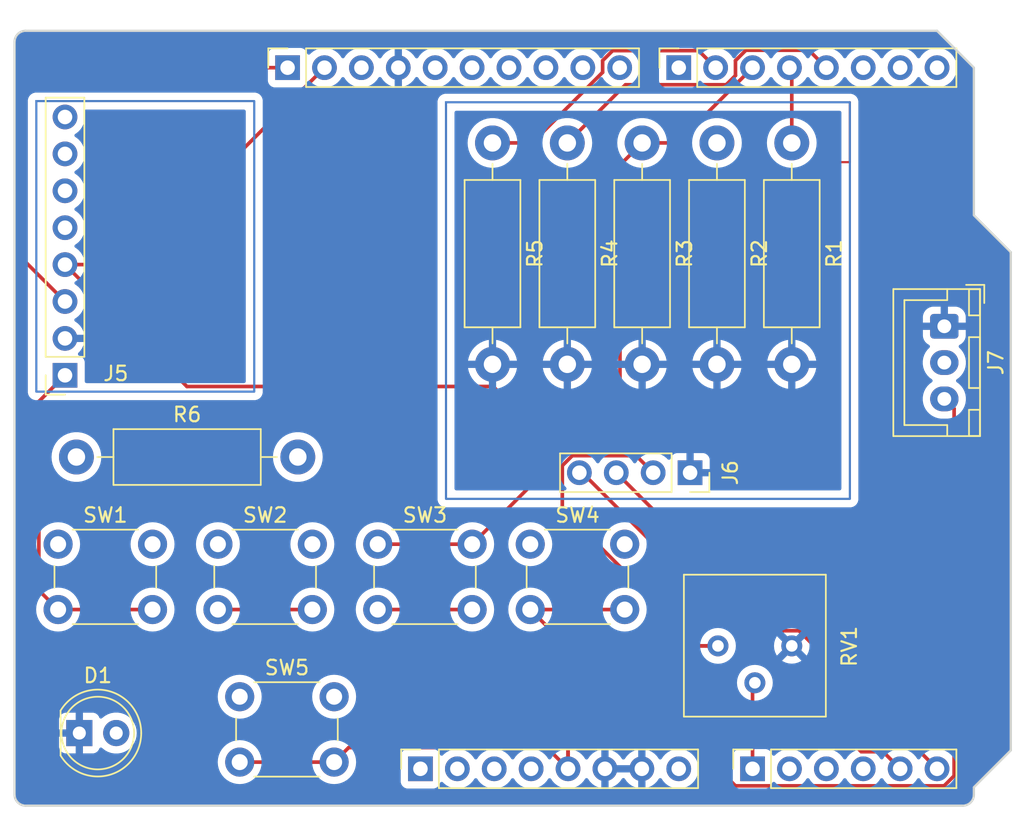
<source format=kicad_pcb>
(kicad_pcb (version 20240108) (generator "pcbnew") (generator_version "8.0")
  (title_block (date "mar. 31 mars 2015"))
  (layers (0 "F.Cu" signal) (31 "B.Cu" signal) (34 "B.Paste" user) (35 "F.Paste" user) (36 "B.SilkS" user "B.Silkscreen") (37 "F.SilkS" user "F.Silkscreen") (38 "B.Mask" user) (39 "F.Mask" user) (44 "Edge.Cuts" user))
  (net 0 "")
  (net 1 "GND")
  (net 3 "+5V")
  (net 4 "/IOREF")
  (net 5 "/A1")
  (net 6 "/A2")
  (net 7 "/A3")
  (net 8 "/I2C_SCL")
  (net 9 "/I2C_SDA")
  (net 10 "/13")
  (net 11 "/12")
  (net 12 "/AREF")
  (net 13 "/7")
  (net 14 "/*11")
  (net 15 "/*10")
  (net 16 "/TX{slash}1")
  (net 17 "/RX{slash}0")
  (net 18 "+3V3")
  (net 19 "VCC")
  (net 20 "/~{RESET}")
  (net 25 "Net-(SW2-A)")
  (net 26 "Net-(D1-A)")
  (net 28 "/temp_sensor")
  (net 29 "/Temp_Digital")
  (net 30 "/LED_light")
  (net 31 "/button_onoff")
  (net 32 "/button_lock")
  (net 33 "/button_light")
  (net 34 "/button_units ")
  (net 35 "/button_cal")
  (footprint "Connector_PinSocket_2.54mm:PinSocket_1x08_P2.54mm_Vertical" (layer "F.Cu") (at 127.94 97.46 90)
    (property "Reference" "J1" (hide yes))
    (property "Value" "Power")
    (fp_line (start 1.33 -1.33) (end 1.33 0) (stroke (width 0.12)) (layer "F.SilkS"))
    (fp_line (start 0 -1.33) (end 1.33 -1.33) (stroke (width 0.12)) (layer "F.SilkS"))
    (fp_line (start 1.33 1.27) (end 1.33 19.11) (stroke (width 0.12)) (layer "F.SilkS"))
    (fp_line (start -1.33 1.27) (end 1.33 1.27) (stroke (width 0.12)) (layer "F.SilkS"))
    (fp_line (start -1.33 1.27) (end -1.33 19.11) (stroke (width 0.12)) (layer "F.SilkS"))
    (fp_line (start -1.33 19.11) (end 1.33 19.11) (stroke (width 0.12)) (layer "F.SilkS"))
    (pad "1" thru_hole rect (at 0 0 90) (size 1.7 1.7) (drill 1) (layers "*.Cu" "*.Mask"))
    (pad "2" thru_hole oval (at 0 2.54 90) (size 1.7 1.7) (drill 1) (layers "*.Cu" "*.Mask") (net 4 "/IOREF"))
    (pad "3" thru_hole oval (at 0 5.08 90) (size 1.7 1.7) (drill 1) (layers "*.Cu" "*.Mask") (net 20 "/~{RESET}"))
    (pad "4" thru_hole oval (at 0 7.62 90) (size 1.7 1.7) (drill 1) (layers "*.Cu" "*.Mask") (net 18 "+3V3"))
    (pad "5" thru_hole oval (at 0 10.16 90) (size 1.7 1.7) (drill 1) (layers "*.Cu" "*.Mask") (net 3 "+5V"))
    (pad "6" thru_hole oval (at 0 12.7 90) (size 1.7 1.7) (drill 1) (layers "*.Cu" "*.Mask") (net 1 "GND"))
    (pad "7" thru_hole oval (at 0 15.24 90) (size 1.7 1.7) (drill 1) (layers "*.Cu" "*.Mask") (net 1 "GND"))
    (pad "8" thru_hole oval (at 0 17.78 90) (size 1.7 1.7) (drill 1) (layers "*.Cu" "*.Mask") (net 19 "VCC"))
  )
  (footprint "Connector_PinSocket_2.54mm:PinSocket_1x06_P2.54mm_Vertical" (layer "F.Cu") (at 150.8 97.46 90)
    (property "Reference" "J3" (hide yes))
    (property "Value" "Analog")
    (fp_line (start 1.33 -1.33) (end 1.33 0) (stroke (width 0.12)) (layer "F.SilkS"))
    (fp_line (start 0 -1.33) (end 1.33 -1.33) (stroke (width 0.12)) (layer "F.SilkS"))
    (fp_line (start 1.33 1.27) (end 1.33 14.03) (stroke (width 0.12)) (layer "F.SilkS"))
    (fp_line (start -1.33 1.27) (end 1.33 1.27) (stroke (width 0.12)) (layer "F.SilkS"))
    (fp_line (start -1.33 1.27) (end -1.33 14.03) (stroke (width 0.12)) (layer "F.SilkS"))
    (fp_line (start -1.33 14.03) (end 1.33 14.03) (stroke (width 0.12)) (layer "F.SilkS"))
    (pad "1" thru_hole rect (at 0 0 90) (size 1.7 1.7) (drill 1) (layers "*.Cu" "*.Mask") (net 28 "/temp_sensor"))
    (pad "2" thru_hole oval (at 0 2.54 90) (size 1.7 1.7) (drill 1) (layers "*.Cu" "*.Mask") (net 5 "/A1"))
    (pad "3" thru_hole oval (at 0 5.08 90) (size 1.7 1.7) (drill 1) (layers "*.Cu" "*.Mask") (net 6 "/A2"))
    (pad "4" thru_hole oval (at 0 7.62 90) (size 1.7 1.7) (drill 1) (layers "*.Cu" "*.Mask") (net 7 "/A3"))
    (pad "5" thru_hole oval (at 0 10.16 90) (size 1.7 1.7) (drill 1) (layers "*.Cu" "*.Mask") (net 9 "/I2C_SDA"))
    (pad "6" thru_hole oval (at 0 12.7 90) (size 1.7 1.7) (drill 1) (layers "*.Cu" "*.Mask") (net 8 "/I2C_SCL"))
  )
  (footprint "Connector_PinSocket_2.54mm:PinSocket_1x10_P2.54mm_Vertical" (layer "F.Cu") (at 118.796 49.2 90)
    (property "Reference" "J2" (hide yes))
    (property "Value" "Digital/PWM")
    (fp_line (start 1.33 -1.33) (end 1.33 0) (stroke (width 0.12)) (layer "F.SilkS"))
    (fp_line (start 0 -1.33) (end 1.33 -1.33) (stroke (width 0.12)) (layer "F.SilkS"))
    (fp_line (start 1.33 1.27) (end 1.33 24.19) (stroke (width 0.12)) (layer "F.SilkS"))
    (fp_line (start -1.33 1.27) (end 1.33 1.27) (stroke (width 0.12)) (layer "F.SilkS"))
    (fp_line (start -1.33 1.27) (end -1.33 24.19) (stroke (width 0.12)) (layer "F.SilkS"))
    (fp_line (start -1.33 24.19) (end 1.33 24.19) (stroke (width 0.12)) (layer "F.SilkS"))
    (pad "1" thru_hole rect (at 0 0 90) (size 1.7 1.7) (drill 1) (layers "*.Cu" "*.Mask") (net 8 "/I2C_SCL"))
    (pad "2" thru_hole oval (at 0 2.54 90) (size 1.7 1.7) (drill 1) (layers "*.Cu" "*.Mask") (net 9 "/I2C_SDA"))
    (pad "3" thru_hole oval (at 0 5.08 90) (size 1.7 1.7) (drill 1) (layers "*.Cu" "*.Mask") (net 12 "/AREF"))
    (pad "4" thru_hole oval (at 0 7.62 90) (size 1.7 1.7) (drill 1) (layers "*.Cu" "*.Mask") (net 1 "GND"))
    (pad "5" thru_hole oval (at 0 10.16 90) (size 1.7 1.7) (drill 1) (layers "*.Cu" "*.Mask") (net 10 "/13"))
    (pad "6" thru_hole oval (at 0 12.7 90) (size 1.7 1.7) (drill 1) (layers "*.Cu" "*.Mask") (net 11 "/12"))
    (pad "7" thru_hole oval (at 0 15.24 90) (size 1.7 1.7) (drill 1) (layers "*.Cu" "*.Mask") (net 14 "/*11"))
    (pad "8" thru_hole oval (at 0 17.78 90) (size 1.7 1.7) (drill 1) (layers "*.Cu" "*.Mask") (net 15 "/*10"))
    (pad "9" thru_hole oval (at 0 20.32 90) (size 1.7 1.7) (drill 1) (layers "*.Cu" "*.Mask") (net 30 "/LED_light"))
    (pad "10" thru_hole oval (at 0 22.86 90) (size 1.7 1.7) (drill 1) (layers "*.Cu" "*.Mask") (net 29 "/Temp_Digital"))
  )
  (footprint "Connector_PinSocket_2.54mm:PinSocket_1x08_P2.54mm_Vertical" (layer "F.Cu") (at 145.72 49.2 90)
    (property "Reference" "J4" (hide yes))
    (property "Value" "Digital/PWM")
    (fp_line (start 1.33 -1.33) (end 1.33 0) (stroke (width 0.12)) (layer "F.SilkS"))
    (fp_line (start 0 -1.33) (end 1.33 -1.33) (stroke (width 0.12)) (layer "F.SilkS"))
    (fp_line (start 1.33 1.27) (end 1.33 19.11) (stroke (width 0.12)) (layer "F.SilkS"))
    (fp_line (start -1.33 1.27) (end 1.33 1.27) (stroke (width 0.12)) (layer "F.SilkS"))
    (fp_line (start -1.33 1.27) (end -1.33 19.11) (stroke (width 0.12)) (layer "F.SilkS"))
    (fp_line (start -1.33 19.11) (end 1.33 19.11) (stroke (width 0.12)) (layer "F.SilkS"))
    (pad "1" thru_hole rect (at 0 0 90) (size 1.7 1.7) (drill 1) (layers "*.Cu" "*.Mask") (net 13 "/7"))
    (pad "2" thru_hole oval (at 0 2.54 90) (size 1.7 1.7) (drill 1) (layers "*.Cu" "*.Mask") (net 33 "/button_light"))
    (pad "3" thru_hole oval (at 0 5.08 90) (size 1.7 1.7) (drill 1) (layers "*.Cu" "*.Mask") (net 35 "/button_cal"))
    (pad "4" thru_hole oval (at 0 7.62 90) (size 1.7 1.7) (drill 1) (layers "*.Cu" "*.Mask") (net 34 "/button_units "))
    (pad "5" thru_hole oval (at 0 10.16 90) (size 1.7 1.7) (drill 1) (layers "*.Cu" "*.Mask") (net 32 "/button_lock"))
    (pad "6" thru_hole oval (at 0 12.7 90) (size 1.7 1.7) (drill 1) (layers "*.Cu" "*.Mask") (net 31 "/button_onoff"))
    (pad "7" thru_hole oval (at 0 15.24 90) (size 1.7 1.7) (drill 1) (layers "*.Cu" "*.Mask") (net 16 "/TX{slash}1"))
    (pad "8" thru_hole oval (at 0 17.78 90) (size 1.7 1.7) (drill 1) (layers "*.Cu" "*.Mask") (net 17 "/RX{slash}0"))
  )
  (footprint "Button_Switch_THT:SW_PUSH_6mm" (layer "F.Cu") (at 115.5 92.5)
    (property "Reference" "SW5" (at 3.25 -2 0) (layer "F.SilkS"))
    (property "Value" "SW_SPST")
    (fp_line (start -0.25 1.5) (end -0.25 3) (stroke (width 0.12)) (layer "F.SilkS"))
    (fp_line (start 1 5.5) (end 5.5 5.5) (stroke (width 0.12)) (layer "F.SilkS"))
    (fp_line (start 5.5 -1) (end 1 -1) (stroke (width 0.12)) (layer "F.SilkS"))
    (fp_line (start 6.75 3) (end 6.75 1.5) (stroke (width 0.12)) (layer "F.SilkS"))
    (pad "1" thru_hole circle (at 0 0 90) (size 2 2) (drill 1.1) (layers "*.Cu" "*.Mask") (net 33 "/button_light"))
    (pad "1" thru_hole circle (at 6.5 0 90) (size 2 2) (drill 1.1) (layers "*.Cu" "*.Mask") (net 33 "/button_light"))
    (pad "2" thru_hole circle (at 0 4.5 90) (size 2 2) (drill 1.1) (layers "*.Cu" "*.Mask") (net 3 "+5V"))
    (pad "2" thru_hole circle (at 6.5 4.5 90) (size 2 2) (drill 1.1) (layers "*.Cu" "*.Mask") (net 3 "+5V"))
  )
  (footprint "Connector_JST:JST_XH_B3B-XH-A_1x03_P2.50mm_Vertical" (layer "F.Cu") (at 164 67 -90)
    (property "Reference" "J7" (at 2.5 -3.55 90) (layer "F.SilkS"))
    (property "Value" "CONN_TEMP")
    (fp_line (start -2.56 3.51) (end 7.56 3.51) (stroke (width 0.12)) (layer "F.SilkS"))
    (fp_line (start 7.56 3.51) (end 7.56 -2.46) (stroke (width 0.12)) (layer "F.SilkS"))
    (fp_line (start -1.8 2.75) (end 2.5 2.75) (stroke (width 0.12)) (layer "F.SilkS"))
    (fp_line (start 6.8 2.75) (end 2.5 2.75) (stroke (width 0.12)) (layer "F.SilkS"))
    (fp_line (start -2.55 -0.2) (end -1.8 -0.2) (stroke (width 0.12)) (layer "F.SilkS"))
    (fp_line (start -1.8 -0.2) (end -1.8 2.75) (stroke (width 0.12)) (layer "F.SilkS"))
    (fp_line (start 6.8 -0.2) (end 6.8 2.75) (stroke (width 0.12)) (layer "F.SilkS"))
    (fp_line (start 7.55 -0.2) (end 6.8 -0.2) (stroke (width 0.12)) (layer "F.SilkS"))
    (fp_line (start -2.55 -1.7) (end -0.75 -1.7) (stroke (width 0.12)) (layer "F.SilkS"))
    (fp_line (start -0.75 -1.7) (end -0.75 -2.45) (stroke (width 0.12)) (layer "F.SilkS"))
    (fp_line (start 0.75 -1.7) (end 4.25 -1.7) (stroke (width 0.12)) (layer "F.SilkS"))
    (fp_line (start 4.25 -1.7) (end 4.25 -2.45) (stroke (width 0.12)) (layer "F.SilkS"))
    (fp_line (start 5.75 -1.7) (end 7.55 -1.7) (stroke (width 0.12)) (layer "F.SilkS"))
    (fp_line (start 7.55 -1.7) (end 7.55 -2.45) (stroke (width 0.12)) (layer "F.SilkS"))
    (fp_line (start -2.55 -2.45) (end -2.55 -1.7) (stroke (width 0.12)) (layer "F.SilkS"))
    (fp_line (start -0.75 -2.45) (end -2.55 -2.45) (stroke (width 0.12)) (layer "F.SilkS"))
    (fp_line (start 0.75 -2.45) (end 0.75 -1.7) (stroke (width 0.12)) (layer "F.SilkS"))
    (fp_line (start 4.25 -2.45) (end 0.75 -2.45) (stroke (width 0.12)) (layer "F.SilkS"))
    (fp_line (start 5.75 -2.45) (end 5.75 -1.7) (stroke (width 0.12)) (layer "F.SilkS"))
    (fp_line (start 7.55 -2.45) (end 5.75 -2.45) (stroke (width 0.12)) (layer "F.SilkS"))
    (fp_line (start -2.56 -2.46) (end -2.56 3.51) (stroke (width 0.12)) (layer "F.SilkS"))
    (fp_line (start 7.56 -2.46) (end -2.56 -2.46) (stroke (width 0.12)) (layer "F.SilkS"))
    (fp_line (start -2.85 -2.75) (end -2.85 -1.5) (stroke (width 0.12)) (layer "F.SilkS"))
    (fp_line (start -1.6 -2.75) (end -2.85 -2.75) (stroke (width 0.12)) (layer "F.SilkS"))
    (pad "1" thru_hole roundrect (at 0 0 270) (size 1.7 1.95) (drill 0.95) (layers "*.Cu" "*.Mask") (roundrect_rratio 0.147059) (net 1 "GND"))
    (pad "2" thru_hole oval (at 2.5 0 270) (size 1.7 1.95) (drill 0.95) (layers "*.Cu" "*.Mask") (net 29 "/Temp_Digital"))
    (pad "3" thru_hole oval (at 5 0 270) (size 1.7 1.95) (drill 0.95) (layers "*.Cu" "*.Mask") (net 3 "+5V"))
  )
  (footprint "LED_THT:LED_D5.0mm" (layer "F.Cu") (at 104.46 95)
    (property "Reference" "D1" (at 1.27 -3.96 0) (layer "F.SilkS"))
    (property "Value" "LED")
    (fp_line (start -1.29 -1.545) (end -1.29 1.545) (stroke (width 0.12)) (layer "F.SilkS"))
    (fp_arc (start -1.29 -1.54483) (mid 2.071756 -2.880501) (end 4.26 -0.000048) (stroke (width 0.12)) (layer "F.SilkS"))
    (fp_arc (start 4.26 0.000048) (mid 2.071756 2.880501) (end -1.29 1.54483) (stroke (width 0.12)) (layer "F.SilkS"))
    (fp_circle (center 1.27 0) (end 3.77 0) (stroke (width 0.12)) (fill none) (layer "F.SilkS"))
    (pad "1" thru_hole rect (at 0 0) (size 1.8 1.8) (drill 0.9) (layers "*.Cu" "*.Mask") (net 1 "GND"))
    (pad "2" thru_hole circle (at 2.54 0) (size 1.8 1.8) (drill 0.9) (layers "*.Cu" "*.Mask") (net 26 "Net-(D1-A)"))
  )
  (footprint "Button_Switch_THT:SW_PUSH_6mm" (layer "F.Cu") (at 114 82)
    (property "Reference" "SW2" (at 3.25 -2 0) (layer "F.SilkS"))
    (property "Value" "SW_SPST")
    (fp_line (start -0.25 1.5) (end -0.25 3) (stroke (width 0.12)) (layer "F.SilkS"))
    (fp_line (start 1 5.5) (end 5.5 5.5) (stroke (width 0.12)) (layer "F.SilkS"))
    (fp_line (start 5.5 -1) (end 1 -1) (stroke (width 0.12)) (layer "F.SilkS"))
    (fp_line (start 6.75 3) (end 6.75 1.5) (stroke (width 0.12)) (layer "F.SilkS"))
    (pad "1" thru_hole circle (at 0 0 90) (size 2 2) (drill 1.1) (layers "*.Cu" "*.Mask") (net 25 "Net-(SW2-A)"))
    (pad "1" thru_hole circle (at 6.5 0 90) (size 2 2) (drill 1.1) (layers "*.Cu" "*.Mask") (net 25 "Net-(SW2-A)"))
    (pad "2" thru_hole circle (at 0 4.5 90) (size 2 2) (drill 1.1) (layers "*.Cu" "*.Mask") (net 3 "+5V"))
    (pad "2" thru_hole circle (at 6.5 4.5 90) (size 2 2) (drill 1.1) (layers "*.Cu" "*.Mask") (net 3 "+5V"))
  )
  (footprint "Resistor_THT:R_Axial_DIN0411_L9.9mm_D3.6mm_P15.24mm_Horizontal" (layer "F.Cu") (at 153.5 54.38 -90)
    (property "Reference" "R1" (at 7.62 -2.92 90) (layer "F.SilkS"))
    (property "Value" "100k")
    (fp_line (start 2.55 1.92) (end 12.69 1.92) (stroke (width 0.12)) (layer "F.SilkS"))
    (fp_line (start 12.69 1.92) (end 12.69 -1.92) (stroke (width 0.12)) (layer "F.SilkS"))
    (fp_line (start 1.44 0) (end 2.55 0) (stroke (width 0.12)) (layer "F.SilkS"))
    (fp_line (start 13.8 0) (end 12.69 0) (stroke (width 0.12)) (layer "F.SilkS"))
    (fp_line (start 2.55 -1.92) (end 2.55 1.92) (stroke (width 0.12)) (layer "F.SilkS"))
    (fp_line (start 12.69 -1.92) (end 2.55 -1.92) (stroke (width 0.12)) (layer "F.SilkS"))
    (pad "1" thru_hole circle (at 0 0 270) (size 2.4 2.4) (drill 1.2) (layers "*.Cu" "*.Mask") (net 34 "/button_units "))
    (pad "2" thru_hole oval (at 15.24 0 270) (size 2.4 2.4) (drill 1.2) (layers "*.Cu" "*.Mask") (net 1 "GND"))
  )
  (footprint "Resistor_THT:R_Axial_DIN0411_L9.9mm_D3.6mm_P15.24mm_Horizontal" (layer "F.Cu") (at 148.35 54.38 -90)
    (property "Reference" "R2" (at 7.62 -2.92 90) (layer "F.SilkS"))
    (property "Value" "100k")
    (fp_line (start 2.55 1.92) (end 12.69 1.92) (stroke (width 0.12)) (layer "F.SilkS"))
    (fp_line (start 12.69 1.92) (end 12.69 -1.92) (stroke (width 0.12)) (layer "F.SilkS"))
    (fp_line (start 1.44 0) (end 2.55 0) (stroke (width 0.12)) (layer "F.SilkS"))
    (fp_line (start 13.8 0) (end 12.69 0) (stroke (width 0.12)) (layer "F.SilkS"))
    (fp_line (start 2.55 -1.92) (end 2.55 1.92) (stroke (width 0.12)) (layer "F.SilkS"))
    (fp_line (start 12.69 -1.92) (end 2.55 -1.92) (stroke (width 0.12)) (layer "F.SilkS"))
    (pad "1" thru_hole circle (at 0 0 270) (size 2.4 2.4) (drill 1.2) (layers "*.Cu" "*.Mask") (net 25 "Net-(SW2-A)"))
    (pad "2" thru_hole oval (at 15.24 0 270) (size 2.4 2.4) (drill 1.2) (layers "*.Cu" "*.Mask") (net 1 "GND"))
  )
  (footprint "Button_Switch_THT:SW_PUSH_6mm" (layer "F.Cu") (at 103 82)
    (property "Reference" "SW1" (at 3.25 -2 0) (layer "F.SilkS"))
    (property "Value" "SW_SPST")
    (fp_line (start -0.25 1.5) (end -0.25 3) (stroke (width 0.12)) (layer "F.SilkS"))
    (fp_line (start 1 5.5) (end 5.5 5.5) (stroke (width 0.12)) (layer "F.SilkS"))
    (fp_line (start 5.5 -1) (end 1 -1) (stroke (width 0.12)) (layer "F.SilkS"))
    (fp_line (start 6.75 3) (end 6.75 1.5) (stroke (width 0.12)) (layer "F.SilkS"))
    (pad "1" thru_hole circle (at 0 0 90) (size 2 2) (drill 1.1) (layers "*.Cu" "*.Mask") (net 34 "/button_units "))
    (pad "1" thru_hole circle (at 6.5 0 90) (size 2 2) (drill 1.1) (layers "*.Cu" "*.Mask") (net 34 "/button_units "))
    (pad "2" thru_hole circle (at 0 4.5 90) (size 2 2) (drill 1.1) (layers "*.Cu" "*.Mask") (net 3 "+5V"))
    (pad "2" thru_hole circle (at 6.5 4.5 90) (size 2 2) (drill 1.1) (layers "*.Cu" "*.Mask") (net 3 "+5V"))
  )
  (footprint "Connector_PinSocket_2.54mm:PinSocket_1x04_P2.54mm_Vertical" (layer "F.Cu") (at 146.5 77.08 -90)
    (property "Reference" "J6" (at 0 -2.77 90) (layer "F.SilkS"))
    (property "Value" "CONN_DISPLAY")
    (fp_line (start -1.33 8.95) (end 1.33 8.95) (stroke (width 0.12)) (layer "F.SilkS"))
    (fp_line (start -1.33 1.27) (end -1.33 8.95) (stroke (width 0.12)) (layer "F.SilkS"))
    (fp_line (start -1.33 1.27) (end 1.33 1.27) (stroke (width 0.12)) (layer "F.SilkS"))
    (fp_line (start 1.33 1.27) (end 1.33 8.95) (stroke (width 0.12)) (layer "F.SilkS"))
    (fp_line (start 0 -1.33) (end 1.33 -1.33) (stroke (width 0.12)) (layer "F.SilkS"))
    (fp_line (start 1.33 -1.33) (end 1.33 0) (stroke (width 0.12)) (layer "F.SilkS"))
    (pad "1" thru_hole rect (at 0 0 270) (size 1.7 1.7) (drill 1) (layers "*.Cu" "*.Mask") (net 1 "GND"))
    (pad "2" thru_hole oval (at 0 2.54 270) (size 1.7 1.7) (drill 1) (layers "*.Cu" "*.Mask") (net 3 "+5V"))
    (pad "3" thru_hole oval (at 0 5.08 270) (size 1.7 1.7) (drill 1) (layers "*.Cu" "*.Mask") (net 8 "/I2C_SCL"))
    (pad "4" thru_hole oval (at 0 7.62 270) (size 1.7 1.7) (drill 1) (layers "*.Cu" "*.Mask") (net 9 "/I2C_SDA"))
  )
  (footprint "Resistor_THT:R_Axial_DIN0411_L9.9mm_D3.6mm_P15.24mm_Horizontal" (layer "F.Cu") (at 132.9 54.38 -90)
    (property "Reference" "R5" (at 7.62 -2.92 90) (layer "F.SilkS"))
    (property "Value" "100k")
    (fp_line (start 2.55 1.92) (end 12.69 1.92) (stroke (width 0.12)) (layer "F.SilkS"))
    (fp_line (start 12.69 1.92) (end 12.69 -1.92) (stroke (width 0.12)) (layer "F.SilkS"))
    (fp_line (start 1.44 0) (end 2.55 0) (stroke (width 0.12)) (layer "F.SilkS"))
    (fp_line (start 13.8 0) (end 12.69 0) (stroke (width 0.12)) (layer "F.SilkS"))
    (fp_line (start 2.55 -1.92) (end 2.55 1.92) (stroke (width 0.12)) (layer "F.SilkS"))
    (fp_line (start 12.69 -1.92) (end 2.55 -1.92) (stroke (width 0.12)) (layer "F.SilkS"))
    (pad "1" thru_hole circle (at 0 0 270) (size 2.4 2.4) (drill 1.2) (layers "*.Cu" "*.Mask") (net 33 "/button_light"))
    (pad "2" thru_hole oval (at 15.24 0 270) (size 2.4 2.4) (drill 1.2) (layers "*.Cu" "*.Mask") (net 1 "GND"))
  )
  (footprint "Potentiometer_THT:Potentiometer_Bourns_3386P_Vertical" (layer "F.Cu") (at 148.42 89 -90)
    (property "Reference" "RV1" (at 0.04 -9.04 90) (layer "F.SilkS"))
    (property "Value" "10k")
    (fp_line (start -4.9 2.345) (end 4.87 2.345) (stroke (width 0.12)) (layer "F.SilkS"))
    (fp_line (start -4.9 -7.425) (end -4.9 2.345) (stroke (width 0.12)) (layer "F.SilkS"))
    (fp_line (start -4.9 -7.425) (end 4.87 -7.425) (stroke (width 0.12)) (layer "F.SilkS"))
    (fp_line (start 4.87 -7.425) (end 4.87 2.345) (stroke (width 0.12)) (layer "F.SilkS"))
    (pad "1" thru_hole circle (at 0 0 270) (size 1.44 1.44) (drill 0.8) (layers "*.Cu" "*.Mask") (net 3 "+5V"))
    (pad "2" thru_hole circle (at 2.54 -2.54 270) (size 1.44 1.44) (drill 0.8) (layers "*.Cu" "*.Mask") (net 28 "/temp_sensor"))
    (pad "3" thru_hole circle (at 0 -5.08 270) (size 1.44 1.44) (drill 0.8) (layers "*.Cu" "*.Mask") (net 1 "GND"))
  )
  (footprint "Connector_PinSocket_2.54mm:PinSocket_1x08_P2.54mm_Vertical" (layer "F.Cu") (at 103.475 70.375 180)
    (property "Reference" "J5" (at -3.5 0.12 0) (layer "F.SilkS"))
    (property "Value" "CONN_GYRO")
    (fp_line (start 1.33 1.27) (end 1.33 19.11) (stroke (width 0.12)) (layer "F.SilkS"))
    (fp_line (start 1.33 -1.33) (end 1.33 0) (stroke (width 0.12)) (layer "F.SilkS"))
    (fp_line (start 0 -1.33) (end 1.33 -1.33) (stroke (width 0.12)) (layer "F.SilkS"))
    (fp_line (start -1.33 19.11) (end 1.33 19.11) (stroke (width 0.12)) (layer "F.SilkS"))
    (fp_line (start -1.33 1.27) (end 1.33 1.27) (stroke (width 0.12)) (layer "F.SilkS"))
    (fp_line (start -1.33 1.27) (end -1.33 19.11) (stroke (width 0.12)) (layer "F.SilkS"))
    (pad "1" thru_hole rect (at 0 0 180) (size 1.7 1.7) (drill 1) (layers "*.Cu" "*.Mask") (net 3 "+5V"))
    (pad "2" thru_hole oval (at 0 2.54 180) (size 1.7 1.7) (drill 1) (layers "*.Cu" "*.Mask") (net 1 "GND"))
    (pad "3" thru_hole oval (at 0 5.08 180) (size 1.7 1.7) (drill 1) (layers "*.Cu" "*.Mask") (net 8 "/I2C_SCL"))
    (pad "4" thru_hole oval (at 0 7.62 180) (size 1.7 1.7) (drill 1) (layers "*.Cu" "*.Mask") (net 9 "/I2C_SDA"))
    (pad "5" thru_hole oval (at 0 10.16 180) (size 1.7 1.7) (drill 1) (layers "*.Cu" "*.Mask"))
    (pad "6" thru_hole oval (at 0 12.7 180) (size 1.7 1.7) (drill 1) (layers "*.Cu" "*.Mask"))
    (pad "7" thru_hole oval (at 0 15.24 180) (size 1.7 1.7) (drill 1) (layers "*.Cu" "*.Mask"))
    (pad "8" thru_hole oval (at 0 17.78 180) (size 1.7 1.7) (drill 1) (layers "*.Cu" "*.Mask"))
  )
  (footprint "Button_Switch_THT:SW_PUSH_6mm" (layer "F.Cu") (at 125 82)
    (property "Reference" "SW3" (at 3.25 -2 0) (layer "F.SilkS"))
    (property "Value" "SW_SPST")
    (fp_line (start -0.25 1.5) (end -0.25 3) (stroke (width 0.12)) (layer "F.SilkS"))
    (fp_line (start 1 5.5) (end 5.5 5.5) (stroke (width 0.12)) (layer "F.SilkS"))
    (fp_line (start 5.5 -1) (end 1 -1) (stroke (width 0.12)) (layer "F.SilkS"))
    (fp_line (start 6.75 3) (end 6.75 1.5) (stroke (width 0.12)) (layer "F.SilkS"))
    (pad "1" thru_hole circle (at 0 0 90) (size 2 2) (drill 1.1) (layers "*.Cu" "*.Mask") (net 35 "/button_cal"))
    (pad "1" thru_hole circle (at 6.5 0 90) (size 2 2) (drill 1.1) (layers "*.Cu" "*.Mask") (net 35 "/button_cal"))
    (pad "2" thru_hole circle (at 0 4.5 90) (size 2 2) (drill 1.1) (layers "*.Cu" "*.Mask") (net 3 "+5V"))
    (pad "2" thru_hole circle (at 6.5 4.5 90) (size 2 2) (drill 1.1) (layers "*.Cu" "*.Mask") (net 3 "+5V"))
  )
  (footprint "Button_Switch_THT:SW_PUSH_6mm" (layer "F.Cu") (at 135.5 82)
    (property "Reference" "SW4" (at 3.25 -2 0) (layer "F.SilkS"))
    (property "Value" "SW_SPST")
    (fp_line (start -0.25 1.5) (end -0.25 3) (stroke (width 0.12)) (layer "F.SilkS"))
    (fp_line (start 1 5.5) (end 5.5 5.5) (stroke (width 0.12)) (layer "F.SilkS"))
    (fp_line (start 5.5 -1) (end 1 -1) (stroke (width 0.12)) (layer "F.SilkS"))
    (fp_line (start 6.75 3) (end 6.75 1.5) (stroke (width 0.12)) (layer "F.SilkS"))
    (pad "1" thru_hole circle (at 0 0 90) (size 2 2) (drill 1.1) (layers "*.Cu" "*.Mask") (net 32 "/button_lock"))
    (pad "1" thru_hole circle (at 6.5 0 90) (size 2 2) (drill 1.1) (layers "*.Cu" "*.Mask") (net 32 "/button_lock"))
    (pad "2" thru_hole circle (at 0 4.5 90) (size 2 2) (drill 1.1) (layers "*.Cu" "*.Mask") (net 3 "+5V"))
    (pad "2" thru_hole circle (at 6.5 4.5 90) (size 2 2) (drill 1.1) (layers "*.Cu" "*.Mask") (net 3 "+5V"))
  )
  (footprint "Resistor_THT:R_Axial_DIN0411_L9.9mm_D3.6mm_P15.24mm_Horizontal" (layer "F.Cu") (at 104.26 76)
    (property "Reference" "R6" (at 7.62 -2.92 0) (layer "F.SilkS"))
    (property "Value" "1k")
    (fp_line (start 1.44 0) (end 2.55 0) (stroke (width 0.12)) (layer "F.SilkS"))
    (fp_line (start 2.55 -1.92) (end 2.55 1.92) (stroke (width 0.12)) (layer "F.SilkS"))
    (fp_line (start 2.55 1.92) (end 12.69 1.92) (stroke (width 0.12)) (layer "F.SilkS"))
    (fp_line (start 12.69 -1.92) (end 2.55 -1.92) (stroke (width 0.12)) (layer "F.SilkS"))
    (fp_line (start 12.69 1.92) (end 12.69 -1.92) (stroke (width 0.12)) (layer "F.SilkS"))
    (fp_line (start 13.8 0) (end 12.69 0) (stroke (width 0.12)) (layer "F.SilkS"))
    (pad "1" thru_hole circle (at 0 0) (size 2.4 2.4) (drill 1.2) (layers "*.Cu" "*.Mask"))
    (pad "2" thru_hole oval (at 15.24 0) (size 2.4 2.4) (drill 1.2) (layers "*.Cu" "*.Mask") (net 26 "Net-(D1-A)"))
  )
  (footprint "Resistor_THT:R_Axial_DIN0411_L9.9mm_D3.6mm_P15.24mm_Horizontal" (layer "F.Cu") (at 138.05 54.38 -90)
    (property "Reference" "R4" (at 7.62 -2.92 90) (layer "F.SilkS"))
    (property "Value" "100k")
    (fp_line (start 2.55 1.92) (end 12.69 1.92) (stroke (width 0.12)) (layer "F.SilkS"))
    (fp_line (start 12.69 1.92) (end 12.69 -1.92) (stroke (width 0.12)) (layer "F.SilkS"))
    (fp_line (start 1.44 0) (end 2.55 0) (stroke (width 0.12)) (layer "F.SilkS"))
    (fp_line (start 13.8 0) (end 12.69 0) (stroke (width 0.12)) (layer "F.SilkS"))
    (fp_line (start 2.55 -1.92) (end 2.55 1.92) (stroke (width 0.12)) (layer "F.SilkS"))
    (fp_line (start 12.69 -1.92) (end 2.55 -1.92) (stroke (width 0.12)) (layer "F.SilkS"))
    (pad "1" thru_hole circle (at 0 0 270) (size 2.4 2.4) (drill 1.2) (layers "*.Cu" "*.Mask") (net 32 "/button_lock"))
    (pad "2" thru_hole oval (at 15.24 0 270) (size 2.4 2.4) (drill 1.2) (layers "*.Cu" "*.Mask") (net 1 "GND"))
  )
  (footprint "Resistor_THT:R_Axial_DIN0411_L9.9mm_D3.6mm_P15.24mm_Horizontal" (layer "F.Cu") (at 143.2 54.38 -90)
    (property "Reference" "R3" (at 7.62 -2.92 90) (layer "F.SilkS"))
    (property "Value" "100k")
    (fp_line (start 2.55 1.92) (end 12.69 1.92) (stroke (width 0.12)) (layer "F.SilkS"))
    (fp_line (start 12.69 1.92) (end 12.69 -1.92) (stroke (width 0.12)) (layer "F.SilkS"))
    (fp_line (start 1.44 0) (end 2.55 0) (stroke (width 0.12)) (layer "F.SilkS"))
    (fp_line (start 13.8 0) (end 12.69 0) (stroke (width 0.12)) (layer "F.SilkS"))
    (fp_line (start 2.55 -1.92) (end 2.55 1.92) (stroke (width 0.12)) (layer "F.SilkS"))
    (fp_line (start 12.69 -1.92) (end 2.55 -1.92) (stroke (width 0.12)) (layer "F.SilkS"))
    (pad "1" thru_hole circle (at 0 0 270) (size 2.4 2.4) (drill 1.2) (layers "*.Cu" "*.Mask") (net 35 "/button_cal"))
    (pad "2" thru_hole oval (at 15.24 0 270) (size 2.4 2.4) (drill 1.2) (layers "*.Cu" "*.Mask") (net 1 "GND"))
  )
  (gr_line (start 157.5 55.703106) (end 156 55.703106) (stroke (width 0.15)) (layer "F.Cu") (net 17))
  (gr_line (start 157.5 51.58) (end 157.5 55.703106) (stroke (width 0.15)) (layer "F.Cu") (net 17))
  (gr_rect (start 129.7 51.58) (end 157.5 78.88) (stroke (width 0.15)) (fill none) (layer "B.Cu") (net 17))
  (gr_rect (start 101.5 51.5) (end 116.5 71.5) (stroke (width 0.15)) (fill none) (layer "B.Cu") (net 3))
  (gr_line (start 166.04 59.36) (end 168.58 61.9) (stroke (width 0.15)) (layer "Edge.Cuts"))
  (gr_line (start 100 99.238) (end 100 47.422) (stroke (width 0.15)) (layer "Edge.Cuts"))
  (gr_line (start 168.58 61.9) (end 168.58 96.19) (stroke (width 0.15)) (layer "Edge.Cuts"))
  (gr_line (start 165.278 100) (end 100.762 100) (stroke (width 0.15)) (layer "Edge.Cuts"))
  (gr_line (start 100.762 46.66) (end 163.5 46.66) (stroke (width 0.15)) (layer "Edge.Cuts"))
  (gr_arc (start 100.762 100) (mid 100.223185 99.776815) (end 100 99.238) (stroke (width 0.15)) (layer "Edge.Cuts"))
  (gr_line (start 168.58 96.19) (end 166.04 98.73) (stroke (width 0.15)) (layer "Edge.Cuts"))
  (gr_line (start 163.5 46.66) (end 166.04 49.2) (stroke (width 0.15)) (layer "Edge.Cuts"))
  (gr_arc (start 166.04 99.238) (mid 165.816815 99.776815) (end 165.278 100) (stroke (width 0.15)) (layer "Edge.Cuts"))
  (gr_line (start 166.04 49.2) (end 166.04 59.36) (stroke (width 0.15)) (layer "Edge.Cuts"))
  (gr_line (start 166.04 98.73) (end 166.04 99.238) (stroke (width 0.15)) (layer "Edge.Cuts"))
  (gr_arc (start 100 47.422) (mid 100.223185 46.883185) (end 100.762 46.66) (stroke (width 0.15)) (layer "Edge.Cuts"))
  (segment (start 122 97) (end 123 96) (width 0.25) (layer "F.Cu") (net 3))
  (segment (start 101.675 85.175) (end 101.675 72.175) (width 0.25) (layer "F.Cu") (net 3))
  (segment (start 138.1 97.46) (end 138.1 89.1) (width 0.25) (layer "F.Cu") (net 3))
  (segment (start 164 72) (end 164.675 72.675) (width 0.25) (layer "F.Cu") (net 3))
  (segment (start 138.1 90.4) (end 138.1 97.46) (width 0.25) (layer "F.Cu") (net 3))
  (segment (start 163.986701 98.635) (end 149.625 98.635) (width 0.25) (layer "F.Cu") (net 3))
  (segment (start 138.393299 75.905) (end 142.785 75.905) (width 0.25) (layer "F.Cu") (net 3))
  (segment (start 147.126167 89) (end 147.063084 88.936916) (width 0.25) (layer "F.Cu") (net 3))
  (segment (start 136.64 96) (end 138.1 97.46) (width 0.25) (layer "F.Cu") (net 3))
  (segment (start 164.675 97.946701) (end 163.986701 98.635) (width 0.25) (layer "F.Cu") (net 3))
  (segment (start 138.2 89) (end 138.1 89.1) (width 0.25) (layer "F.Cu") (net 3))
  (segment (start 120.5 86.5) (end 114 86.5) (width 0.25) (layer "F.Cu") (net 3))
  (segment (start 147.063084 88.936916) (end 147.063084 90.143084) (width 0.25) (layer "F.Cu") (net 3))
  (segment (start 137.705 79.578833) (end 137.705 76.593299) (width 0.25) (layer "F.Cu") (net 3))
  (segment (start 101.675 72.175) (end 103.475 70.375) (width 0.25) (layer "F.Cu") (net 3))
  (segment (start 103 86.5) (end 101.675 85.175) (width 0.25) (layer "F.Cu") (net 3))
  (segment (start 149.625 98.635) (end 148.42 97.43) (width 0.25) (layer "F.Cu") (net 3))
  (segment (start 123 96) (end 136.64 96) (width 0.25) (layer "F.Cu") (net 3))
  (segment (start 138.1 89.1) (end 135.5 86.5) (width 0.25) (layer "F.Cu") (net 3))
  (segment (start 144.5 89) (end 138.2 89) (width 0.25) (layer "F.Cu") (net 3))
  (segment (start 148.42 89) (end 147.126167 89) (width 0.25) (layer "F.Cu") (net 3))
  (segment (start 147.063084 90.143084) (end 148.42 91.5) (width 0.25) (layer "F.Cu") (net 3))
  (segment (start 164.675 72.675) (end 164.675 97.946701) (width 0.25) (layer "F.Cu") (net 3))
  (segment (start 142 86.5) (end 135.5 86.5) (width 0.25) (layer "F.Cu") (net 3))
  (segment (start 122 97) (end 115.5 97) (width 0.25) (layer "F.Cu") (net 3))
  (segment (start 147.063084 88.936916) (end 137.705 79.578833) (width 0.25) (layer "F.Cu") (net 3))
  (segment (start 148.42 89) (end 144.5 89) (width 0.25) (layer "F.Cu") (net 3))
  (segment (start 148.42 97.43) (end 148.42 91.5) (width 0.25) (layer "F.Cu") (net 3))
  (segment (start 142.785 75.905) (end 143.96 77.08) (width 0.25) (layer "F.Cu") (net 3))
  (segment (start 131.5 86.5) (end 125 86.5) (width 0.25) (layer "F.Cu") (net 3))
  (segment (start 109.5 86.5) (end 103 86.5) (width 0.25) (layer "F.Cu") (net 3))
  (segment (start 137.705 76.593299) (end 138.393299 75.905) (width 0.25) (layer "F.Cu") (net 3))
  (segment (start 153.995 87.955) (end 152.295 87.955) (width 0.25) (layer "F.Cu") (net 8))
  (segment (start 100.8 49.2) (end 100.5 49.5) (width 0.25) (layer "F.Cu") (net 8))
  (segment (start 152.295 87.955) (end 141.42 77.08) (width 0.25) (layer "F.Cu") (net 8))
  (segment (start 163.5 97.46) (end 153.995 87.955) (width 0.25) (layer "F.Cu") (net 8))
  (segment (start 100.5 62.32) (end 103.475 65.295) (width 0.25) (layer "F.Cu") (net 8))
  (segment (start 100.5 49.5) (end 100.5 62.32) (width 0.25) (layer "F.Cu") (net 8))
  (segment (start 118.796 49.2) (end 100.8 49.2) (width 0.25) (layer "F.Cu") (net 8))
  (segment (start 111.865 71.145) (end 132.945 71.145) (width 0.25) (layer "F.Cu") (net 9))
  (segment (start 107.781 62.755) (end 103.475 62.755) (width 0.25) (layer "F.Cu") (net 9))
  (segment (start 160.96 97.46) (end 159.785 96.285) (width 0.25) (layer "F.Cu") (net 9))
  (segment (start 139.08 77.08) (end 138.88 77.08) (width 0.25) (layer "F.Cu") (net 9))
  (segment (start 159.785 96.285) (end 158.285 96.285) (width 0.25) (layer "F.Cu") (net 9))
  (segment (start 158.285 96.285) (end 139.08 77.08) (width 0.25) (layer "F.Cu") (net 9))
  (segment (start 121.336 49.2) (end 107.781 62.755) (width 0.25) (layer "F.Cu") (net 9))
  (segment (start 103.475 62.755) (end 111.865 71.145) (width 0.25) (layer "F.Cu") (net 9))
  (segment (start 132.945 71.145) (end 137.331802 75.531802) (width 0.25) (layer "F.Cu") (net 9))
  (segment (start 150.8 97.46) (end 150.8 91.7) (width 0.25) (layer "F.Cu") (net 28))
  (segment (start 150.8 91.7) (end 150.96 91.54) (width 0.25) (layer "F.Cu") (net 28))
  (segment (start 148.988604 50.375) (end 149.625 49.738604) (width 0.25) (layer "F.Cu") (net 32))
  (segment (start 154.68 48) (end 155.88 49.2) (width 0.25) (layer "F.Cu") (net 32))
  (segment (start 142.055 50.375) (end 148.988604 50.375) (width 0.25) (layer "F.Cu") (net 32))
  (segment (start 149.625 49.738604) (end 149.625 48.713299) (width 0.25) (layer "F.Cu") (net 32))
  (segment (start 150.338299 48) (end 154.68 48) (width 0.25) (layer "F.Cu") (net 32))
  (segment (start 149.625 48.713299) (end 150.338299 48) (width 0.25) (layer "F.Cu") (net 32))
  (segment (start 138.05 54.38) (end 142.055 50.375) (width 0.25) (layer "F.Cu") (net 32))
  (segment (start 147.085 48.025) (end 148.26 49.2) (width 0.25) (layer "F.Cu") (net 33))
  (segment (start 132.9 54.38) (end 135.62 54.38) (width 0.25) (layer "F.Cu") (net 33))
  (segment (start 140.481 48.713299) (end 141.169299 48.025) (width 0.25) (layer "F.Cu") (net 33))
  (segment (start 135.62 54.38) (end 140.481 49.519) (width 0.25) (layer "F.Cu") (net 33))
  (segment (start 140.481 49.519) (end 140.481 48.713299) (width 0.25) (layer "F.Cu") (net 33))
  (segment (start 141.169299 48.025) (end 147.085 48.025) (width 0.25) (layer "F.Cu") (net 33))
  (segment (start 153.5 54.38) (end 153.5 49.36) (width 0.25) (layer "F.Cu") (net 34))
  (segment (start 153.5 49.36) (end 153.34 49.2) (width 0.25) (layer "F.Cu") (net 34))
  (segment (start 145.62 54.38) (end 150.8 49.2) (width 0.25) (layer "F.Cu") (net 35))
  (segment (start 131.5 82) (end 125 82) (width 0.25) (layer "F.Cu") (net 35))
  (segment (start 143.2 54.38) (end 145.62 54.38) (width 0.25) (layer "F.Cu") (net 35))
  (segment (start 141.675 55.905) (end 141.675 71.825) (width 0.25) (layer "F.Cu") (net 35))
  (segment (start 141.675 71.825) (end 131.5 82) (width 0.25) (layer "F.Cu") (net 35))
  (segment (start 143.2 54.38) (end 141.675 55.905) (width 0.25) (layer "F.Cu") (net 35))
  (zone (net 1) (net_name "GND") (layer "B.Cu") (connect_pads (clearance 0.508)) (min_thickness 0.25) (fill yes (thermal_gap 0.5) (thermal_bridge_width 0.5))
    (polygon (pts (xy 99 46) (xy 169.5 46) (xy 169.5 101.5) (xy 99 101.5)))
  )
)
</source>
